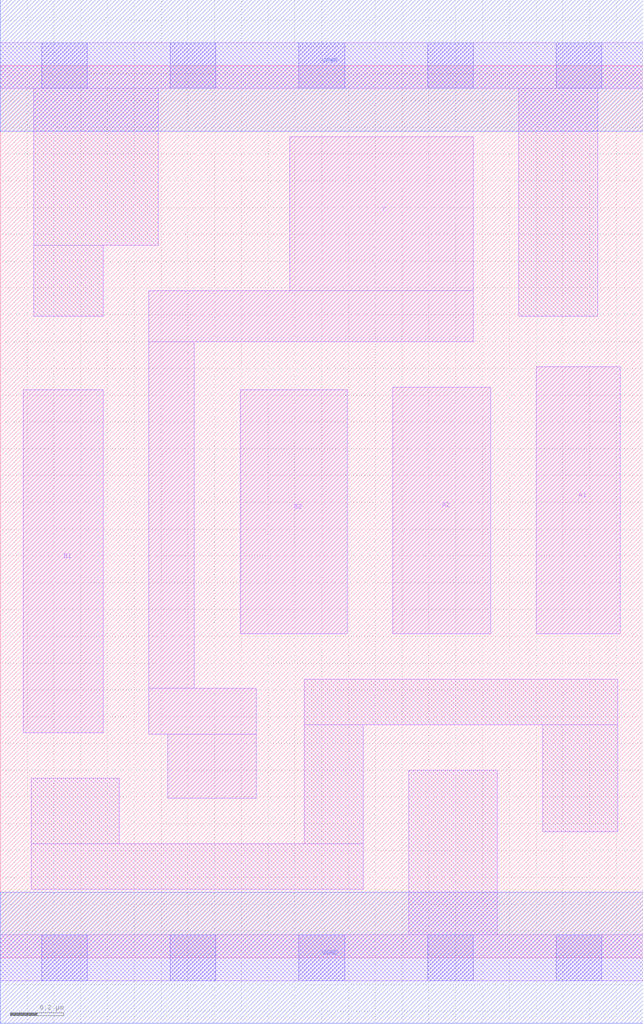
<source format=lef>
# Copyright 2020 The SkyWater PDK Authors
#
# Licensed under the Apache License, Version 2.0 (the "License");
# you may not use this file except in compliance with the License.
# You may obtain a copy of the License at
#
#     https://www.apache.org/licenses/LICENSE-2.0
#
# Unless required by applicable law or agreed to in writing, software
# distributed under the License is distributed on an "AS IS" BASIS,
# WITHOUT WARRANTIES OR CONDITIONS OF ANY KIND, either express or implied.
# See the License for the specific language governing permissions and
# limitations under the License.
#
# SPDX-License-Identifier: Apache-2.0

VERSION 5.7 ;
  NAMESCASESENSITIVE ON ;
  NOWIREEXTENSIONATPIN ON ;
  DIVIDERCHAR "/" ;
  BUSBITCHARS "[]" ;
UNITS
  DATABASE MICRONS 200 ;
END UNITS
MACRO sky130_fd_sc_lp__o22ai_0
  CLASS CORE ;
  FOREIGN sky130_fd_sc_lp__o22ai_0 ;
  ORIGIN  0.000000  0.000000 ;
  SIZE  2.400000 BY  3.330000 ;
  SYMMETRY X Y R90 ;
  SITE unit ;
  PIN A1
    ANTENNAGATEAREA  0.159000 ;
    DIRECTION INPUT ;
    USE SIGNAL ;
    PORT
      LAYER li1 ;
        RECT 2.000000 1.210000 2.315000 2.205000 ;
    END
  END A1
  PIN A2
    ANTENNAGATEAREA  0.159000 ;
    DIRECTION INPUT ;
    USE SIGNAL ;
    PORT
      LAYER li1 ;
        RECT 1.465000 1.210000 1.830000 2.130000 ;
    END
  END A2
  PIN B1
    ANTENNAGATEAREA  0.159000 ;
    DIRECTION INPUT ;
    USE SIGNAL ;
    PORT
      LAYER li1 ;
        RECT 0.085000 0.840000 0.385000 2.120000 ;
    END
  END B1
  PIN B2
    ANTENNAGATEAREA  0.159000 ;
    DIRECTION INPUT ;
    USE SIGNAL ;
    PORT
      LAYER li1 ;
        RECT 0.895000 1.210000 1.295000 2.120000 ;
    END
  END B2
  PIN Y
    ANTENNADIFFAREA  0.328300 ;
    DIRECTION OUTPUT ;
    USE SIGNAL ;
    PORT
      LAYER li1 ;
        RECT 0.555000 0.835000 0.955000 1.005000 ;
        RECT 0.555000 1.005000 0.725000 2.300000 ;
        RECT 0.555000 2.300000 1.765000 2.490000 ;
        RECT 0.625000 0.595000 0.955000 0.835000 ;
        RECT 1.080000 2.490000 1.765000 3.065000 ;
    END
  END Y
  PIN VGND
    DIRECTION INOUT ;
    USE GROUND ;
    PORT
      LAYER met1 ;
        RECT 0.000000 -0.245000 2.400000 0.245000 ;
    END
  END VGND
  PIN VPWR
    DIRECTION INOUT ;
    USE POWER ;
    PORT
      LAYER met1 ;
        RECT 0.000000 3.085000 2.400000 3.575000 ;
    END
  END VPWR
  OBS
    LAYER li1 ;
      RECT 0.000000 -0.085000 2.400000 0.085000 ;
      RECT 0.000000  3.245000 2.400000 3.415000 ;
      RECT 0.115000  0.255000 1.355000 0.425000 ;
      RECT 0.115000  0.425000 0.445000 0.670000 ;
      RECT 0.125000  2.395000 0.385000 2.660000 ;
      RECT 0.125000  2.660000 0.590000 3.245000 ;
      RECT 1.135000  0.425000 1.355000 0.870000 ;
      RECT 1.135000  0.870000 2.305000 1.040000 ;
      RECT 1.525000  0.085000 1.855000 0.700000 ;
      RECT 1.935000  2.395000 2.230000 3.245000 ;
      RECT 2.025000  0.470000 2.305000 0.870000 ;
    LAYER mcon ;
      RECT 0.155000 -0.085000 0.325000 0.085000 ;
      RECT 0.155000  3.245000 0.325000 3.415000 ;
      RECT 0.635000 -0.085000 0.805000 0.085000 ;
      RECT 0.635000  3.245000 0.805000 3.415000 ;
      RECT 1.115000 -0.085000 1.285000 0.085000 ;
      RECT 1.115000  3.245000 1.285000 3.415000 ;
      RECT 1.595000 -0.085000 1.765000 0.085000 ;
      RECT 1.595000  3.245000 1.765000 3.415000 ;
      RECT 2.075000 -0.085000 2.245000 0.085000 ;
      RECT 2.075000  3.245000 2.245000 3.415000 ;
  END
END sky130_fd_sc_lp__o22ai_0
END LIBRARY

</source>
